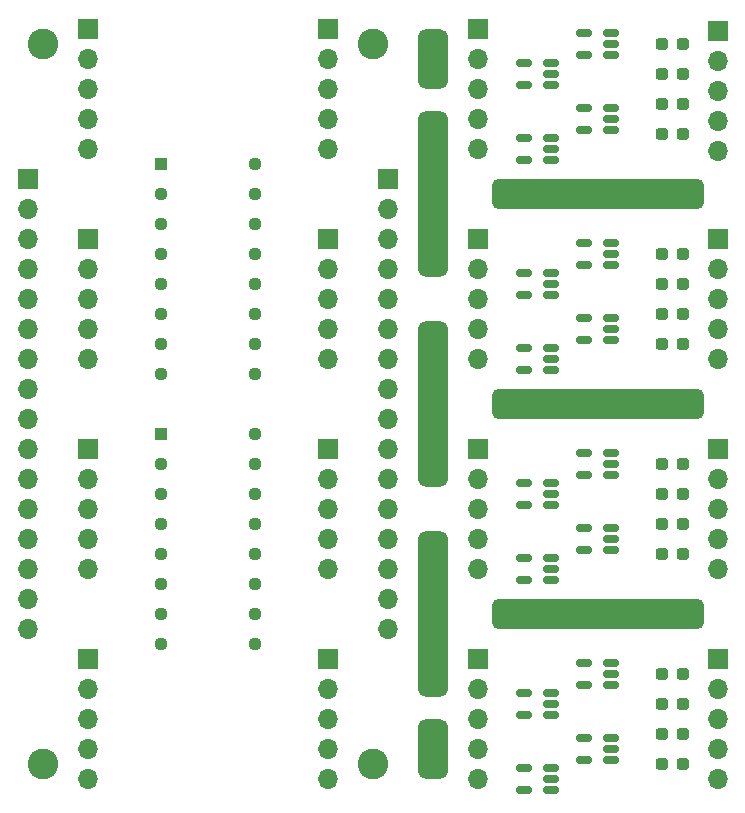
<source format=gbr>
%TF.GenerationSoftware,KiCad,Pcbnew,7.0.5*%
%TF.CreationDate,2023-12-08T14:02:35+09:00*%
%TF.ProjectId,analog_sw2,616e616c-6f67-45f7-9377-322e6b696361,rev?*%
%TF.SameCoordinates,Original*%
%TF.FileFunction,Soldermask,Top*%
%TF.FilePolarity,Negative*%
%FSLAX46Y46*%
G04 Gerber Fmt 4.6, Leading zero omitted, Abs format (unit mm)*
G04 Created by KiCad (PCBNEW 7.0.5) date 2023-12-08 14:02:35*
%MOMM*%
%LPD*%
G01*
G04 APERTURE LIST*
G04 Aperture macros list*
%AMRoundRect*
0 Rectangle with rounded corners*
0 $1 Rounding radius*
0 $2 $3 $4 $5 $6 $7 $8 $9 X,Y pos of 4 corners*
0 Add a 4 corners polygon primitive as box body*
4,1,4,$2,$3,$4,$5,$6,$7,$8,$9,$2,$3,0*
0 Add four circle primitives for the rounded corners*
1,1,$1+$1,$2,$3*
1,1,$1+$1,$4,$5*
1,1,$1+$1,$6,$7*
1,1,$1+$1,$8,$9*
0 Add four rect primitives between the rounded corners*
20,1,$1+$1,$2,$3,$4,$5,0*
20,1,$1+$1,$4,$5,$6,$7,0*
20,1,$1+$1,$6,$7,$8,$9,0*
20,1,$1+$1,$8,$9,$2,$3,0*%
G04 Aperture macros list end*
%ADD10C,2.600000*%
%ADD11RoundRect,0.650000X0.650000X-1.850000X0.650000X1.850000X-0.650000X1.850000X-0.650000X-1.850000X0*%
%ADD12RoundRect,0.650000X0.650000X-6.350000X0.650000X6.350000X-0.650000X6.350000X-0.650000X-6.350000X0*%
%ADD13RoundRect,0.650000X-8.350000X-0.650000X8.350000X-0.650000X8.350000X0.650000X-8.350000X0.650000X0*%
%ADD14R,1.700000X1.700000*%
%ADD15O,1.700000X1.700000*%
%ADD16RoundRect,0.237500X-0.287500X-0.237500X0.287500X-0.237500X0.287500X0.237500X-0.287500X0.237500X0*%
%ADD17RoundRect,0.150000X0.512500X0.150000X-0.512500X0.150000X-0.512500X-0.150000X0.512500X-0.150000X0*%
%ADD18R,1.130000X1.130000*%
%ADD19C,1.130000*%
G04 APERTURE END LIST*
D10*
%TO.C,REF\u002A\u002A*%
X166370000Y-123190000D03*
%TD*%
%TO.C,REF\u002A\u002A*%
X138430000Y-123190000D03*
%TD*%
%TO.C,REF\u002A\u002A*%
X166370000Y-62230000D03*
%TD*%
%TO.C,REF\u002A\u002A*%
X138430000Y-62230000D03*
%TD*%
D11*
%TO.C,P1*%
X171450000Y-63500000D03*
%TD*%
%TO.C,P5*%
X171450000Y-121920000D03*
%TD*%
D12*
%TO.C,P4*%
X171450000Y-110490000D03*
%TD*%
%TO.C,P3*%
X171450000Y-92710000D03*
%TD*%
%TO.C,P2*%
X171450000Y-74930000D03*
%TD*%
D13*
%TO.C,P6*%
X185420000Y-74930000D03*
%TD*%
%TO.C,P7*%
X185420000Y-92710000D03*
%TD*%
%TO.C,P8*%
X185420000Y-110490000D03*
%TD*%
D14*
%TO.C,J1*%
X175260000Y-60965000D03*
D15*
X175260000Y-63505000D03*
X175260000Y-66045000D03*
X175260000Y-68585000D03*
X175260000Y-71125000D03*
%TD*%
D14*
%TO.C,J16*%
X162560000Y-114305000D03*
D15*
X162560000Y-116845000D03*
X162560000Y-119385000D03*
X162560000Y-121925000D03*
X162560000Y-124465000D03*
%TD*%
D16*
%TO.C,D9*%
X190895000Y-97790000D03*
X192645000Y-97790000D03*
%TD*%
D17*
%TO.C,U8*%
X181477500Y-119070000D03*
X181477500Y-118120000D03*
X181477500Y-117170000D03*
X179202500Y-117170000D03*
X179202500Y-119070000D03*
%TD*%
%TO.C,U11*%
X186557500Y-105090000D03*
X186557500Y-104140000D03*
X186557500Y-103190000D03*
X184282500Y-103190000D03*
X184282500Y-105090000D03*
%TD*%
D16*
%TO.C,D6*%
X190895000Y-82550000D03*
X192645000Y-82550000D03*
%TD*%
D18*
%TO.C,U17*%
X148430000Y-72395000D03*
D19*
X148430000Y-74935000D03*
X148430000Y-77475000D03*
X148430000Y-80015000D03*
X148430000Y-82555000D03*
X148430000Y-85095000D03*
X148430000Y-87635000D03*
X148430000Y-90175000D03*
X156370000Y-90175000D03*
X156370000Y-87635000D03*
X156370000Y-85095000D03*
X156370000Y-82555000D03*
X156370000Y-80015000D03*
X156370000Y-77475000D03*
X156370000Y-74935000D03*
X156370000Y-72395000D03*
%TD*%
D14*
%TO.C,J7*%
X195580000Y-96525000D03*
D15*
X195580000Y-99065000D03*
X195580000Y-101605000D03*
X195580000Y-104145000D03*
X195580000Y-106685000D03*
%TD*%
D16*
%TO.C,D15*%
X190895000Y-120650000D03*
X192645000Y-120650000D03*
%TD*%
D17*
%TO.C,U4*%
X186557500Y-116530000D03*
X186557500Y-115580000D03*
X186557500Y-114630000D03*
X184282500Y-114630000D03*
X184282500Y-116530000D03*
%TD*%
D14*
%TO.C,J10*%
X142240000Y-78750000D03*
D15*
X142240000Y-81290000D03*
X142240000Y-83830000D03*
X142240000Y-86370000D03*
X142240000Y-88910000D03*
%TD*%
D17*
%TO.C,U9*%
X186557500Y-69530000D03*
X186557500Y-68580000D03*
X186557500Y-67630000D03*
X184282500Y-67630000D03*
X184282500Y-69530000D03*
%TD*%
D14*
%TO.C,J2*%
X175260000Y-78740000D03*
D15*
X175260000Y-81280000D03*
X175260000Y-83820000D03*
X175260000Y-86360000D03*
X175260000Y-88900000D03*
%TD*%
D14*
%TO.C,J17*%
X137160000Y-73665000D03*
D15*
X137160000Y-76205000D03*
X137160000Y-78745000D03*
X137160000Y-81285000D03*
X137160000Y-83825000D03*
X137160000Y-86365000D03*
X137160000Y-88905000D03*
X137160000Y-91445000D03*
X137160000Y-93985000D03*
X137160000Y-96525000D03*
X137160000Y-99065000D03*
X137160000Y-101605000D03*
X137160000Y-104145000D03*
X137160000Y-106685000D03*
X137160000Y-109225000D03*
X137160000Y-111765000D03*
%TD*%
D16*
%TO.C,D12*%
X190895000Y-105410000D03*
X192645000Y-105410000D03*
%TD*%
%TO.C,D8*%
X190895000Y-87630000D03*
X192645000Y-87630000D03*
%TD*%
D14*
%TO.C,J14*%
X162560000Y-78750000D03*
D15*
X162560000Y-81290000D03*
X162560000Y-83830000D03*
X162560000Y-86370000D03*
X162560000Y-88910000D03*
%TD*%
D14*
%TO.C,J8*%
X195580000Y-114315000D03*
D15*
X195580000Y-116855000D03*
X195580000Y-119395000D03*
X195580000Y-121935000D03*
X195580000Y-124475000D03*
%TD*%
D14*
%TO.C,J18*%
X167640000Y-73660000D03*
D15*
X167640000Y-76200000D03*
X167640000Y-78740000D03*
X167640000Y-81280000D03*
X167640000Y-83820000D03*
X167640000Y-86360000D03*
X167640000Y-88900000D03*
X167640000Y-91440000D03*
X167640000Y-93980000D03*
X167640000Y-96520000D03*
X167640000Y-99060000D03*
X167640000Y-101600000D03*
X167640000Y-104140000D03*
X167640000Y-106680000D03*
X167640000Y-109220000D03*
X167640000Y-111760000D03*
%TD*%
D14*
%TO.C,J12*%
X142240000Y-114305000D03*
D15*
X142240000Y-116845000D03*
X142240000Y-119385000D03*
X142240000Y-121925000D03*
X142240000Y-124465000D03*
%TD*%
D18*
%TO.C,U18*%
X148430000Y-95255000D03*
D19*
X148430000Y-97795000D03*
X148430000Y-100335000D03*
X148430000Y-102875000D03*
X148430000Y-105415000D03*
X148430000Y-107955000D03*
X148430000Y-110495000D03*
X148430000Y-113035000D03*
X156370000Y-113035000D03*
X156370000Y-110495000D03*
X156370000Y-107955000D03*
X156370000Y-105415000D03*
X156370000Y-102875000D03*
X156370000Y-100335000D03*
X156370000Y-97795000D03*
X156370000Y-95255000D03*
%TD*%
D14*
%TO.C,J4*%
X175260000Y-114310000D03*
D15*
X175260000Y-116850000D03*
X175260000Y-119390000D03*
X175260000Y-121930000D03*
X175260000Y-124470000D03*
%TD*%
D16*
%TO.C,D4*%
X190895000Y-69850000D03*
X192645000Y-69850000D03*
%TD*%
D14*
%TO.C,J3*%
X175260000Y-96520000D03*
D15*
X175260000Y-99060000D03*
X175260000Y-101600000D03*
X175260000Y-104140000D03*
X175260000Y-106680000D03*
%TD*%
D16*
%TO.C,D11*%
X190895000Y-102870000D03*
X192645000Y-102870000D03*
%TD*%
D17*
%TO.C,U5*%
X181477500Y-65720000D03*
X181477500Y-64770000D03*
X181477500Y-63820000D03*
X179202500Y-63820000D03*
X179202500Y-65720000D03*
%TD*%
D14*
%TO.C,J6*%
X195580000Y-78745000D03*
D15*
X195580000Y-81285000D03*
X195580000Y-83825000D03*
X195580000Y-86365000D03*
X195580000Y-88905000D03*
%TD*%
D16*
%TO.C,D7*%
X190895000Y-85090000D03*
X192645000Y-85090000D03*
%TD*%
%TO.C,D14*%
X190895000Y-118110000D03*
X192645000Y-118110000D03*
%TD*%
%TO.C,D3*%
X190895000Y-67310000D03*
X192645000Y-67310000D03*
%TD*%
D14*
%TO.C,J13*%
X162560000Y-60970000D03*
D15*
X162560000Y-63510000D03*
X162560000Y-66050000D03*
X162560000Y-68590000D03*
X162560000Y-71130000D03*
%TD*%
D14*
%TO.C,J5*%
X195580000Y-61131000D03*
D15*
X195580000Y-63671000D03*
X195580000Y-66211000D03*
X195580000Y-68751000D03*
X195580000Y-71291000D03*
%TD*%
D14*
%TO.C,J11*%
X142240000Y-96530000D03*
D15*
X142240000Y-99070000D03*
X142240000Y-101610000D03*
X142240000Y-104150000D03*
X142240000Y-106690000D03*
%TD*%
D16*
%TO.C,D1*%
X190895000Y-62230000D03*
X192645000Y-62230000D03*
%TD*%
D17*
%TO.C,U2*%
X186557500Y-80960000D03*
X186557500Y-80010000D03*
X186557500Y-79060000D03*
X184282500Y-79060000D03*
X184282500Y-80960000D03*
%TD*%
%TO.C,U1*%
X186557500Y-63180000D03*
X186557500Y-62230000D03*
X186557500Y-61280000D03*
X184282500Y-61280000D03*
X184282500Y-63180000D03*
%TD*%
%TO.C,U15*%
X181477500Y-107630000D03*
X181477500Y-106680000D03*
X181477500Y-105730000D03*
X179202500Y-105730000D03*
X179202500Y-107630000D03*
%TD*%
D14*
%TO.C,J15*%
X162560000Y-96530000D03*
D15*
X162560000Y-99070000D03*
X162560000Y-101610000D03*
X162560000Y-104150000D03*
X162560000Y-106690000D03*
%TD*%
D17*
%TO.C,U16*%
X181477500Y-125420000D03*
X181477500Y-124470000D03*
X181477500Y-123520000D03*
X179202500Y-123520000D03*
X179202500Y-125420000D03*
%TD*%
%TO.C,U3*%
X186557500Y-98740000D03*
X186557500Y-97790000D03*
X186557500Y-96840000D03*
X184282500Y-96840000D03*
X184282500Y-98740000D03*
%TD*%
%TO.C,U10*%
X186557500Y-87310000D03*
X186557500Y-86360000D03*
X186557500Y-85410000D03*
X184282500Y-85410000D03*
X184282500Y-87310000D03*
%TD*%
%TO.C,U12*%
X186557500Y-122880000D03*
X186557500Y-121930000D03*
X186557500Y-120980000D03*
X184282500Y-120980000D03*
X184282500Y-122880000D03*
%TD*%
%TO.C,U14*%
X181477500Y-89850000D03*
X181477500Y-88900000D03*
X181477500Y-87950000D03*
X179202500Y-87950000D03*
X179202500Y-89850000D03*
%TD*%
%TO.C,U7*%
X181477500Y-101280000D03*
X181477500Y-100330000D03*
X181477500Y-99380000D03*
X179202500Y-99380000D03*
X179202500Y-101280000D03*
%TD*%
%TO.C,U6*%
X181477500Y-83500000D03*
X181477500Y-82550000D03*
X181477500Y-81600000D03*
X179202500Y-81600000D03*
X179202500Y-83500000D03*
%TD*%
D16*
%TO.C,D13*%
X190895000Y-115570000D03*
X192645000Y-115570000D03*
%TD*%
%TO.C,D2*%
X190895000Y-64770000D03*
X192645000Y-64770000D03*
%TD*%
D17*
%TO.C,U13*%
X181477500Y-72070000D03*
X181477500Y-71120000D03*
X181477500Y-70170000D03*
X179202500Y-70170000D03*
X179202500Y-72070000D03*
%TD*%
D14*
%TO.C,J9*%
X142240000Y-60970000D03*
D15*
X142240000Y-63510000D03*
X142240000Y-66050000D03*
X142240000Y-68590000D03*
X142240000Y-71130000D03*
%TD*%
D16*
%TO.C,D16*%
X190895000Y-123190000D03*
X192645000Y-123190000D03*
%TD*%
%TO.C,D10*%
X190895000Y-100330000D03*
X192645000Y-100330000D03*
%TD*%
%TO.C,D5*%
X190895000Y-80010000D03*
X192645000Y-80010000D03*
%TD*%
M02*

</source>
